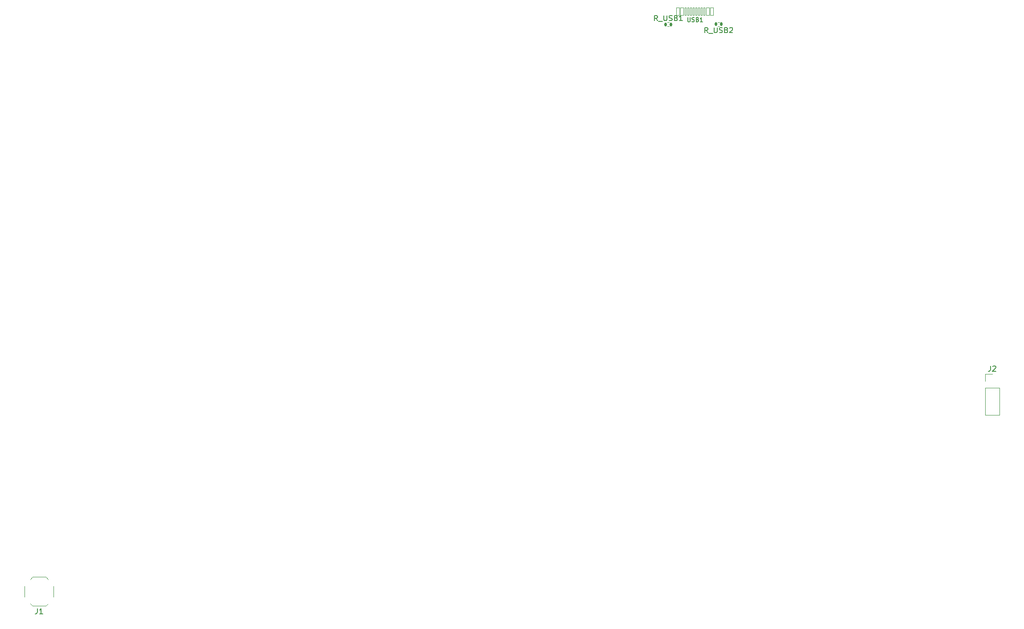
<source format=gto>
%TF.GenerationSoftware,KiCad,Pcbnew,5.99.0-1.20210419gite0f69ad.fc33*%
%TF.CreationDate,2021-04-20T05:27:24+03:00*%
%TF.ProjectId,UniversalTKL,556e6976-6572-4736-916c-544b4c2e6b69,rev?*%
%TF.SameCoordinates,Original*%
%TF.FileFunction,Legend,Top*%
%TF.FilePolarity,Positive*%
%FSLAX46Y46*%
G04 Gerber Fmt 4.6, Leading zero omitted, Abs format (unit mm)*
G04 Created by KiCad (PCBNEW 5.99.0-1.20210419gite0f69ad.fc33) date 2021-04-20 05:27:24*
%MOMM*%
%LPD*%
G01*
G04 APERTURE LIST*
G04 Aperture macros list*
%AMRoundRect*
0 Rectangle with rounded corners*
0 $1 Rounding radius*
0 $2 $3 $4 $5 $6 $7 $8 $9 X,Y pos of 4 corners*
0 Add a 4 corners polygon primitive as box body*
4,1,4,$2,$3,$4,$5,$6,$7,$8,$9,$2,$3,0*
0 Add four circle primitives for the rounded corners*
1,1,$1+$1,$2,$3*
1,1,$1+$1,$4,$5*
1,1,$1+$1,$6,$7*
1,1,$1+$1,$8,$9*
0 Add four rect primitives between the rounded corners*
20,1,$1+$1,$2,$3,$4,$5,0*
20,1,$1+$1,$4,$5,$6,$7,0*
20,1,$1+$1,$6,$7,$8,$9,0*
20,1,$1+$1,$8,$9,$2,$3,0*%
%AMHorizOval*
0 Thick line with rounded ends*
0 $1 width*
0 $2 $3 position (X,Y) of the first rounded end (center of the circle)*
0 $4 $5 position (X,Y) of the second rounded end (center of the circle)*
0 Add line between two ends*
20,1,$1,$2,$3,$4,$5,0*
0 Add two circle primitives to create the rounded ends*
1,1,$1,$2,$3*
1,1,$1,$4,$5*%
G04 Aperture macros list end*
%ADD10C,0.150000*%
%ADD11C,0.120000*%
%ADD12C,1.750000*%
%ADD13C,3.987800*%
%ADD14HorizOval,2.200000X0.681998X0.731354X-0.681998X-0.731354X0*%
%ADD15HorizOval,2.300000X0.015701X0.299589X-0.015701X-0.299589X0*%
%ADD16R,1.700000X1.000000*%
%ADD17HorizOval,2.300000X0.681998X0.731354X-0.681998X-0.731354X0*%
%ADD18HorizOval,2.300000X0.008725X0.249848X-0.008725X-0.249848X0*%
%ADD19HorizOval,2.300000X0.647898X0.694786X-0.647898X-0.694786X0*%
%ADD20C,3.048000*%
%ADD21C,0.750000*%
%ADD22RoundRect,0.050000X0.300000X0.725000X-0.300000X0.725000X-0.300000X-0.725000X0.300000X-0.725000X0*%
%ADD23RoundRect,0.050000X0.150000X0.725000X-0.150000X0.725000X-0.150000X-0.725000X0.150000X-0.725000X0*%
%ADD24O,1.100000X2.200000*%
%ADD25O,1.100000X1.700000*%
%ADD26RoundRect,0.135000X-0.135000X-0.185000X0.135000X-0.185000X0.135000X0.185000X-0.135000X0.185000X0*%
%ADD27R,1.700000X1.700000*%
%ADD28O,1.700000X1.700000*%
%ADD29RoundRect,0.135000X0.135000X0.185000X-0.135000X0.185000X-0.135000X-0.185000X0.135000X-0.185000X0*%
%ADD30C,1.701800*%
%ADD31HorizOval,2.300000X0.299589X-0.015701X-0.299589X0.015701X0*%
%ADD32HorizOval,2.300000X0.705988X-0.635674X-0.705988X0.635674X0*%
G04 APERTURE END LIST*
D10*
%TO.C,J1*%
X192606666Y-145432380D02*
X192606666Y-146146666D01*
X192559047Y-146289523D01*
X192463809Y-146384761D01*
X192320952Y-146432380D01*
X192225714Y-146432380D01*
X193606666Y-146432380D02*
X193035238Y-146432380D01*
X193320952Y-146432380D02*
X193320952Y-145432380D01*
X193225714Y-145575238D01*
X193130476Y-145670476D01*
X193035238Y-145718095D01*
%TO.C,USB1*%
X316109523Y-33224404D02*
X316109523Y-33872023D01*
X316147619Y-33948214D01*
X316185714Y-33986309D01*
X316261904Y-34024404D01*
X316414285Y-34024404D01*
X316490476Y-33986309D01*
X316528571Y-33948214D01*
X316566666Y-33872023D01*
X316566666Y-33224404D01*
X316909523Y-33986309D02*
X317023809Y-34024404D01*
X317214285Y-34024404D01*
X317290476Y-33986309D01*
X317328571Y-33948214D01*
X317366666Y-33872023D01*
X317366666Y-33795833D01*
X317328571Y-33719642D01*
X317290476Y-33681547D01*
X317214285Y-33643452D01*
X317061904Y-33605357D01*
X316985714Y-33567261D01*
X316947619Y-33529166D01*
X316909523Y-33452976D01*
X316909523Y-33376785D01*
X316947619Y-33300595D01*
X316985714Y-33262500D01*
X317061904Y-33224404D01*
X317252380Y-33224404D01*
X317366666Y-33262500D01*
X317976190Y-33605357D02*
X318090476Y-33643452D01*
X318128571Y-33681547D01*
X318166666Y-33757738D01*
X318166666Y-33872023D01*
X318128571Y-33948214D01*
X318090476Y-33986309D01*
X318014285Y-34024404D01*
X317709523Y-34024404D01*
X317709523Y-33224404D01*
X317976190Y-33224404D01*
X318052380Y-33262500D01*
X318090476Y-33300595D01*
X318128571Y-33376785D01*
X318128571Y-33452976D01*
X318090476Y-33529166D01*
X318052380Y-33567261D01*
X317976190Y-33605357D01*
X317709523Y-33605357D01*
X318928571Y-34024404D02*
X318471428Y-34024404D01*
X318700000Y-34024404D02*
X318700000Y-33224404D01*
X318623809Y-33338690D01*
X318547619Y-33414880D01*
X318471428Y-33452976D01*
%TO.C,R_USB1*%
X310382380Y-33822380D02*
X310049047Y-33346190D01*
X309810952Y-33822380D02*
X309810952Y-32822380D01*
X310191904Y-32822380D01*
X310287142Y-32870000D01*
X310334761Y-32917619D01*
X310382380Y-33012857D01*
X310382380Y-33155714D01*
X310334761Y-33250952D01*
X310287142Y-33298571D01*
X310191904Y-33346190D01*
X309810952Y-33346190D01*
X310572857Y-33917619D02*
X311334761Y-33917619D01*
X311572857Y-32822380D02*
X311572857Y-33631904D01*
X311620476Y-33727142D01*
X311668095Y-33774761D01*
X311763333Y-33822380D01*
X311953809Y-33822380D01*
X312049047Y-33774761D01*
X312096666Y-33727142D01*
X312144285Y-33631904D01*
X312144285Y-32822380D01*
X312572857Y-33774761D02*
X312715714Y-33822380D01*
X312953809Y-33822380D01*
X313049047Y-33774761D01*
X313096666Y-33727142D01*
X313144285Y-33631904D01*
X313144285Y-33536666D01*
X313096666Y-33441428D01*
X313049047Y-33393809D01*
X312953809Y-33346190D01*
X312763333Y-33298571D01*
X312668095Y-33250952D01*
X312620476Y-33203333D01*
X312572857Y-33108095D01*
X312572857Y-33012857D01*
X312620476Y-32917619D01*
X312668095Y-32870000D01*
X312763333Y-32822380D01*
X313001428Y-32822380D01*
X313144285Y-32870000D01*
X313906190Y-33298571D02*
X314049047Y-33346190D01*
X314096666Y-33393809D01*
X314144285Y-33489047D01*
X314144285Y-33631904D01*
X314096666Y-33727142D01*
X314049047Y-33774761D01*
X313953809Y-33822380D01*
X313572857Y-33822380D01*
X313572857Y-32822380D01*
X313906190Y-32822380D01*
X314001428Y-32870000D01*
X314049047Y-32917619D01*
X314096666Y-33012857D01*
X314096666Y-33108095D01*
X314049047Y-33203333D01*
X314001428Y-33250952D01*
X313906190Y-33298571D01*
X313572857Y-33298571D01*
X315096666Y-33822380D02*
X314525238Y-33822380D01*
X314810952Y-33822380D02*
X314810952Y-32822380D01*
X314715714Y-32965238D01*
X314620476Y-33060476D01*
X314525238Y-33108095D01*
%TO.C,J2*%
X373626666Y-99387380D02*
X373626666Y-100101666D01*
X373579047Y-100244523D01*
X373483809Y-100339761D01*
X373340952Y-100387380D01*
X373245714Y-100387380D01*
X374055238Y-99482619D02*
X374102857Y-99435000D01*
X374198095Y-99387380D01*
X374436190Y-99387380D01*
X374531428Y-99435000D01*
X374579047Y-99482619D01*
X374626666Y-99577857D01*
X374626666Y-99673095D01*
X374579047Y-99815952D01*
X374007619Y-100387380D01*
X374626666Y-100387380D01*
%TO.C,R_USB2*%
X319932380Y-36102380D02*
X319599047Y-35626190D01*
X319360952Y-36102380D02*
X319360952Y-35102380D01*
X319741904Y-35102380D01*
X319837142Y-35150000D01*
X319884761Y-35197619D01*
X319932380Y-35292857D01*
X319932380Y-35435714D01*
X319884761Y-35530952D01*
X319837142Y-35578571D01*
X319741904Y-35626190D01*
X319360952Y-35626190D01*
X320122857Y-36197619D02*
X320884761Y-36197619D01*
X321122857Y-35102380D02*
X321122857Y-35911904D01*
X321170476Y-36007142D01*
X321218095Y-36054761D01*
X321313333Y-36102380D01*
X321503809Y-36102380D01*
X321599047Y-36054761D01*
X321646666Y-36007142D01*
X321694285Y-35911904D01*
X321694285Y-35102380D01*
X322122857Y-36054761D02*
X322265714Y-36102380D01*
X322503809Y-36102380D01*
X322599047Y-36054761D01*
X322646666Y-36007142D01*
X322694285Y-35911904D01*
X322694285Y-35816666D01*
X322646666Y-35721428D01*
X322599047Y-35673809D01*
X322503809Y-35626190D01*
X322313333Y-35578571D01*
X322218095Y-35530952D01*
X322170476Y-35483333D01*
X322122857Y-35388095D01*
X322122857Y-35292857D01*
X322170476Y-35197619D01*
X322218095Y-35150000D01*
X322313333Y-35102380D01*
X322551428Y-35102380D01*
X322694285Y-35150000D01*
X323456190Y-35578571D02*
X323599047Y-35626190D01*
X323646666Y-35673809D01*
X323694285Y-35769047D01*
X323694285Y-35911904D01*
X323646666Y-36007142D01*
X323599047Y-36054761D01*
X323503809Y-36102380D01*
X323122857Y-36102380D01*
X323122857Y-35102380D01*
X323456190Y-35102380D01*
X323551428Y-35150000D01*
X323599047Y-35197619D01*
X323646666Y-35292857D01*
X323646666Y-35388095D01*
X323599047Y-35483333D01*
X323551428Y-35530952D01*
X323456190Y-35578571D01*
X323122857Y-35578571D01*
X324075238Y-35197619D02*
X324122857Y-35150000D01*
X324218095Y-35102380D01*
X324456190Y-35102380D01*
X324551428Y-35150000D01*
X324599047Y-35197619D01*
X324646666Y-35292857D01*
X324646666Y-35388095D01*
X324599047Y-35530952D01*
X324027619Y-36102380D01*
X324646666Y-36102380D01*
D11*
%TO.C,J1*%
X194640000Y-139930000D02*
X194190000Y-139480000D01*
X191240000Y-139930000D02*
X191690000Y-139480000D01*
X191240000Y-144530000D02*
X191690000Y-144980000D01*
X194640000Y-144530000D02*
X194190000Y-144980000D01*
X190190000Y-143230000D02*
X190190000Y-141230000D01*
X194190000Y-139480000D02*
X191690000Y-139480000D01*
X195690000Y-143230000D02*
X195690000Y-141230000D01*
X194190000Y-144980000D02*
X191690000Y-144980000D01*
%TO.C,R_USB1*%
X312276359Y-34160000D02*
X312583641Y-34160000D01*
X312276359Y-34920000D02*
X312583641Y-34920000D01*
%TO.C,J2*%
X375290000Y-103535000D02*
X375290000Y-108675000D01*
X372630000Y-108675000D02*
X375290000Y-108675000D01*
X372630000Y-103535000D02*
X375290000Y-103535000D01*
X372630000Y-103535000D02*
X372630000Y-108675000D01*
X372630000Y-100935000D02*
X373960000Y-100935000D01*
X372630000Y-102265000D02*
X372630000Y-100935000D01*
%TO.C,R_USB2*%
X322133641Y-34860000D02*
X321826359Y-34860000D01*
X322133641Y-34100000D02*
X321826359Y-34100000D01*
%TD*%
%LPC*%
D12*
%TO.C,MX78*%
X284480000Y-123825000D03*
X274320000Y-123825000D03*
D13*
X279400000Y-123825000D03*
%TD*%
D12*
%TO.C,MX86*%
X295751250Y-142875000D03*
D13*
X300831250Y-142875000D03*
D12*
X305911250Y-142875000D03*
D14*
X297681250Y-139625000D03*
D15*
X303381250Y-138075000D03*
%TD*%
D12*
%TO.C,MX67*%
X248126250Y-142875000D03*
X258286250Y-142875000D03*
D13*
X253206250Y-142875000D03*
D14*
X250056250Y-139625000D03*
D15*
X255756250Y-138075000D03*
%TD*%
D12*
%TO.C,MX23*%
X96361250Y-142875000D03*
D13*
X91281250Y-142875000D03*
D12*
X86201250Y-142875000D03*
D14*
X88131250Y-139625000D03*
D15*
X93831250Y-138075000D03*
%TD*%
D13*
%TO.C,MX9*%
X43656250Y-142875000D03*
D12*
X48736250Y-142875000D03*
X38576250Y-142875000D03*
D14*
X40506250Y-139625000D03*
D15*
X46206250Y-138075000D03*
%TD*%
D12*
%TO.C,MX90*%
X305911250Y-85725000D03*
D13*
X300831250Y-85725000D03*
D12*
X295751250Y-85725000D03*
D14*
X297681250Y-82475000D03*
D15*
X303381250Y-80925000D03*
%TD*%
D16*
%TO.C,J1*%
X196090000Y-144130000D03*
X189790000Y-144130000D03*
X196090000Y-140330000D03*
X189790000Y-140330000D03*
%TD*%
D12*
%TO.C,MX6*%
X38576250Y-85725000D03*
X48736250Y-85725000D03*
D13*
X43656250Y-85725000D03*
D14*
X40506250Y-82475000D03*
D15*
X46206250Y-80925000D03*
%TD*%
D13*
%TO.C,MX14*%
X72231250Y-104775000D03*
D12*
X77311250Y-104775000D03*
X67151250Y-104775000D03*
D17*
X69031250Y-101525000D03*
D18*
X74781250Y-99975000D03*
%TD*%
D13*
%TO.C,MX62*%
X224631250Y-42862500D03*
D12*
X229711250Y-42862500D03*
X219551250Y-42862500D03*
D17*
X221431250Y-39612500D03*
D18*
X227181250Y-38062500D03*
%TD*%
D12*
%TO.C,MX60*%
X236855000Y-142875000D03*
X226695000Y-142875000D03*
D13*
X231775000Y-142875000D03*
D19*
X228625000Y-139625000D03*
D15*
X234325000Y-138025000D03*
%TD*%
D13*
%TO.C,MX94*%
X329406250Y-142875000D03*
D12*
X334486250Y-142875000D03*
X324326250Y-142875000D03*
D17*
X326206250Y-139625000D03*
D18*
X331956250Y-138075000D03*
%TD*%
D13*
%TO.C,MX75*%
X267493750Y-66675000D03*
D12*
X272573750Y-66675000D03*
X262413750Y-66675000D03*
D17*
X264293750Y-63425000D03*
D18*
X270043750Y-61875000D03*
%TD*%
D13*
%TO.C,MX85*%
X305593750Y-123825000D03*
D12*
X300513750Y-123825000D03*
X310673750Y-123825000D03*
D17*
X302393750Y-120575000D03*
D18*
X308143750Y-119025000D03*
%TD*%
D13*
%TO.C,MX49*%
X186531250Y-104775000D03*
D12*
X181451250Y-104775000D03*
X191611250Y-104775000D03*
D17*
X183331250Y-101525000D03*
D18*
X189081250Y-99975000D03*
%TD*%
D12*
%TO.C,MX27*%
X105251250Y-104775000D03*
D13*
X110331250Y-104775000D03*
D12*
X115411250Y-104775000D03*
D17*
X107131250Y-101525000D03*
D18*
X112881250Y-99975000D03*
%TD*%
D12*
%TO.C,MX15*%
X86836250Y-123825000D03*
D13*
X81756250Y-123825000D03*
D12*
X76676250Y-123825000D03*
D17*
X78556250Y-120575000D03*
D18*
X84306250Y-119025000D03*
%TD*%
D13*
%TO.C,MX74*%
X262731250Y-42862500D03*
D12*
X267811250Y-42862500D03*
X257651250Y-42862500D03*
D17*
X259531250Y-39612500D03*
D18*
X265281250Y-38062500D03*
%TD*%
D12*
%TO.C,MX16*%
X72548750Y-142875000D03*
X62388750Y-142875000D03*
D13*
X67468750Y-142875000D03*
D17*
X64268750Y-139625000D03*
D18*
X70018750Y-138075000D03*
%TD*%
D12*
%TO.C,MX2*%
X36195000Y-123825000D03*
D13*
X41275000Y-123825000D03*
D12*
X46355000Y-123825000D03*
D19*
X38125000Y-120575000D03*
D15*
X43825000Y-118975000D03*
%TD*%
D13*
%TO.C,MX72*%
X288925000Y-123825000D03*
X276987000Y-132080000D03*
D20*
X276987000Y-116840000D03*
D13*
X300863000Y-132080000D03*
D12*
X294005000Y-123825000D03*
D20*
X300863000Y-116840000D03*
D12*
X283845000Y-123825000D03*
D19*
X285775000Y-120525000D03*
D15*
X291425000Y-119025000D03*
%TD*%
D12*
%TO.C,MX20*%
X81438750Y-85725000D03*
X91598750Y-85725000D03*
D13*
X86518750Y-85725000D03*
D17*
X83318750Y-82475000D03*
D18*
X89068750Y-80925000D03*
%TD*%
D12*
%TO.C,MX33*%
X133826250Y-123825000D03*
X143986250Y-123825000D03*
D13*
X138906250Y-123825000D03*
D17*
X135706250Y-120575000D03*
D18*
X141456250Y-119025000D03*
%TD*%
D13*
%TO.C,MX48*%
X181768750Y-85725000D03*
D12*
X176688750Y-85725000D03*
X186848750Y-85725000D03*
D17*
X178568750Y-82475000D03*
D18*
X184318750Y-80925000D03*
%TD*%
D12*
%TO.C,MX31*%
X119538750Y-85725000D03*
X129698750Y-85725000D03*
D13*
X124618750Y-85725000D03*
D17*
X121418750Y-82475000D03*
D18*
X127168750Y-80925000D03*
%TD*%
D20*
%TO.C,MX45*%
X229393750Y-149860000D03*
D13*
X229393750Y-134620000D03*
X115093750Y-134620000D03*
X172243750Y-142875000D03*
D12*
X167163750Y-142875000D03*
D20*
X115093750Y-149860000D03*
D12*
X177323750Y-142875000D03*
D19*
X169093750Y-139625000D03*
D15*
X174743750Y-138075000D03*
%TD*%
D21*
%TO.C,USB1*%
X320390000Y-30662500D03*
X314610000Y-30662500D03*
D22*
X320725000Y-32107500D03*
X319950000Y-32107500D03*
D23*
X319250000Y-32107500D03*
X318750000Y-32107500D03*
X318250000Y-32107500D03*
X317750000Y-32107500D03*
X317250000Y-32107500D03*
X316750000Y-32107500D03*
X316250000Y-32107500D03*
X315750000Y-32107500D03*
D22*
X315050000Y-32107500D03*
X314275000Y-32107500D03*
D24*
X321820000Y-31192500D03*
D25*
X321820000Y-27012500D03*
X313180000Y-27012500D03*
D24*
X313180000Y-31192500D03*
%TD*%
D12*
%TO.C,MX73*%
X274320000Y-142875000D03*
X284480000Y-142875000D03*
D13*
X279400000Y-142875000D03*
D19*
X276250000Y-139625000D03*
D15*
X281950000Y-138025000D03*
%TD*%
D12*
%TO.C,MX84*%
X298767500Y-104775000D03*
D20*
X305625500Y-111760000D03*
X281749500Y-111760000D03*
D13*
X293687500Y-104775000D03*
D12*
X288607500Y-104775000D03*
D13*
X281749500Y-96520000D03*
X305625500Y-96520000D03*
D19*
X290537500Y-101525000D03*
D15*
X296237500Y-99975000D03*
%TD*%
D12*
%TO.C,MX91*%
X324326250Y-42862500D03*
X334486250Y-42862500D03*
D13*
X329406250Y-42862500D03*
D17*
X326206250Y-39612500D03*
D18*
X331956250Y-38062500D03*
%TD*%
D13*
%TO.C,MX11*%
X62706250Y-42862500D03*
D12*
X57626250Y-42862500D03*
X67786250Y-42862500D03*
D17*
X59506250Y-39612500D03*
D18*
X65256250Y-38062500D03*
%TD*%
D12*
%TO.C,MX22*%
X105886250Y-123825000D03*
D13*
X100806250Y-123825000D03*
D12*
X95726250Y-123825000D03*
D17*
X97606250Y-120575000D03*
D18*
X103356250Y-119025000D03*
%TD*%
D12*
%TO.C,MX51*%
X205898750Y-42862500D03*
X195738750Y-42862500D03*
D13*
X200818750Y-42862500D03*
D17*
X197618750Y-39612500D03*
D18*
X203368750Y-38062500D03*
%TD*%
D12*
%TO.C,MX3*%
X36195000Y-142875000D03*
X46355000Y-142875000D03*
D13*
X41275000Y-142875000D03*
D19*
X38125000Y-139625000D03*
D15*
X43825000Y-138025000D03*
%TD*%
D12*
%TO.C,MX54*%
X200501250Y-104775000D03*
D13*
X205581250Y-104775000D03*
D12*
X210661250Y-104775000D03*
D17*
X202381250Y-101525000D03*
D18*
X208131250Y-99975000D03*
%TD*%
D13*
%TO.C,MX43*%
X167481250Y-104775000D03*
D12*
X162401250Y-104775000D03*
X172561250Y-104775000D03*
D17*
X164281250Y-101525000D03*
D18*
X170031250Y-99975000D03*
%TD*%
D12*
%TO.C,MX30*%
X120173750Y-66675000D03*
X110013750Y-66675000D03*
D13*
X115093750Y-66675000D03*
D17*
X111893750Y-63425000D03*
D18*
X117643750Y-61875000D03*
%TD*%
D12*
%TO.C,MX65*%
X248761250Y-104775000D03*
X238601250Y-104775000D03*
D13*
X243681250Y-104775000D03*
D17*
X240481250Y-101525000D03*
D18*
X246231250Y-99975000D03*
%TD*%
D12*
%TO.C,MX35*%
X129063750Y-66675000D03*
D13*
X134143750Y-66675000D03*
D12*
X139223750Y-66675000D03*
D17*
X130943750Y-63425000D03*
D18*
X136693750Y-61875000D03*
%TD*%
D13*
%TO.C,MX79*%
X277018750Y-142875000D03*
D12*
X271938750Y-142875000D03*
X282098750Y-142875000D03*
D17*
X273818750Y-139625000D03*
D18*
X279568750Y-138075000D03*
%TD*%
D13*
%TO.C,MX102*%
X367506250Y-85725000D03*
D12*
X372586250Y-85725000D03*
X362426250Y-85725000D03*
D17*
X364306250Y-82475000D03*
D18*
X370056250Y-80925000D03*
%TD*%
D12*
%TO.C,MX10*%
X70167500Y-142875000D03*
X60007500Y-142875000D03*
D13*
X65087500Y-142875000D03*
D19*
X61937500Y-139625000D03*
D15*
X67637500Y-138025000D03*
%TD*%
D12*
%TO.C,MX95*%
X353536250Y-42862500D03*
D13*
X348456250Y-42862500D03*
D12*
X343376250Y-42862500D03*
D14*
X345306250Y-39612500D03*
D15*
X350956250Y-38062500D03*
%TD*%
D13*
%TO.C,MX89*%
X308006750Y-74930000D03*
D20*
X284130750Y-59690000D03*
X308006750Y-59690000D03*
D12*
X301148750Y-66675000D03*
D13*
X296068750Y-66675000D03*
D12*
X290988750Y-66675000D03*
D13*
X284130750Y-74930000D03*
D19*
X292918750Y-63425000D03*
D15*
X298568750Y-61875000D03*
%TD*%
D13*
%TO.C,MX25*%
X96043750Y-66675000D03*
D12*
X101123750Y-66675000D03*
X90963750Y-66675000D03*
D17*
X92843750Y-63425000D03*
D18*
X98593750Y-61875000D03*
%TD*%
D12*
%TO.C,MX82*%
X276701250Y-42862500D03*
X286861250Y-42862500D03*
D13*
X281781250Y-42862500D03*
D17*
X278581250Y-39612500D03*
D18*
X284331250Y-38062500D03*
%TD*%
D13*
%TO.C,MX18*%
X81756250Y-42862500D03*
D12*
X86836250Y-42862500D03*
X76676250Y-42862500D03*
D17*
X78556250Y-39612500D03*
D18*
X84306250Y-38062500D03*
%TD*%
D12*
%TO.C,MX68*%
X248761250Y-42862500D03*
D13*
X243681250Y-42862500D03*
D12*
X238601250Y-42862500D03*
D17*
X240481250Y-39612500D03*
D18*
X246231250Y-38062500D03*
%TD*%
D13*
%TO.C,MX77*%
X281781250Y-104775000D03*
D12*
X276701250Y-104775000D03*
X286861250Y-104775000D03*
D17*
X278581250Y-101525000D03*
D18*
X284331250Y-99975000D03*
%TD*%
D12*
%TO.C,MX46*%
X176688750Y-42862500D03*
D13*
X181768750Y-42862500D03*
D12*
X186848750Y-42862500D03*
D17*
X178568750Y-39612500D03*
D18*
X184318750Y-38062500D03*
%TD*%
D13*
%TO.C,MX26*%
X105568750Y-85725000D03*
D12*
X100488750Y-85725000D03*
X110648750Y-85725000D03*
D17*
X102368750Y-82475000D03*
D18*
X108118750Y-80925000D03*
%TD*%
D13*
%TO.C,MX19*%
X76993750Y-66675000D03*
D12*
X71913750Y-66675000D03*
X82073750Y-66675000D03*
D17*
X73793750Y-63425000D03*
D18*
X79543750Y-61875000D03*
%TD*%
D12*
%TO.C,MX8*%
X55880000Y-123825000D03*
D13*
X50800000Y-123825000D03*
D20*
X38862000Y-116840000D03*
D13*
X38862000Y-132080000D03*
D20*
X62738000Y-116840000D03*
D12*
X45720000Y-123825000D03*
D13*
X62738000Y-132080000D03*
D19*
X47650000Y-120575000D03*
D15*
X53300000Y-119025000D03*
%TD*%
D12*
%TO.C,MX36*%
X148748750Y-85725000D03*
X138588750Y-85725000D03*
D13*
X143668750Y-85725000D03*
D17*
X140468750Y-82475000D03*
D18*
X146218750Y-80925000D03*
%TD*%
D12*
%TO.C,MX42*%
X157638750Y-85725000D03*
X167798750Y-85725000D03*
D13*
X162718750Y-85725000D03*
D17*
X159518750Y-82475000D03*
D18*
X165268750Y-80925000D03*
%TD*%
D12*
%TO.C,MX83*%
X281463750Y-66675000D03*
X291623750Y-66675000D03*
D13*
X286543750Y-66675000D03*
D17*
X283343750Y-63425000D03*
D18*
X289093750Y-61875000D03*
%TD*%
D12*
%TO.C,MX38*%
X152876250Y-123825000D03*
X163036250Y-123825000D03*
D13*
X157956250Y-123825000D03*
D17*
X154756250Y-120575000D03*
D18*
X160506250Y-119025000D03*
%TD*%
D13*
%TO.C,MX1*%
X41275000Y-104775000D03*
D12*
X46355000Y-104775000D03*
X36195000Y-104775000D03*
D14*
X38125000Y-101525000D03*
D15*
X43775000Y-99975000D03*
%TD*%
D12*
%TO.C,MX29*%
X124936250Y-42862500D03*
X114776250Y-42862500D03*
D13*
X119856250Y-42862500D03*
D17*
X116656250Y-39612500D03*
D18*
X122406250Y-38062500D03*
%TD*%
D26*
%TO.C,R_USB1*%
X311920000Y-34540000D03*
X312940000Y-34540000D03*
%TD*%
D13*
%TO.C,MX34*%
X143668750Y-42862500D03*
D12*
X138588750Y-42862500D03*
X148748750Y-42862500D03*
D17*
X140468750Y-39612500D03*
D18*
X146218750Y-38062500D03*
%TD*%
D12*
%TO.C,MX100*%
X372586250Y-42862500D03*
D13*
X367506250Y-42862500D03*
D12*
X362426250Y-42862500D03*
D17*
X364306250Y-39612500D03*
D18*
X370056250Y-38062500D03*
%TD*%
D12*
%TO.C,MX64*%
X243998750Y-85725000D03*
D13*
X238918750Y-85725000D03*
D12*
X233838750Y-85725000D03*
D17*
X235718750Y-82475000D03*
D18*
X241468750Y-80925000D03*
%TD*%
D12*
%TO.C,MX7*%
X40957500Y-104775000D03*
X51117500Y-104775000D03*
D13*
X46037500Y-104775000D03*
D14*
X42887500Y-101525000D03*
D15*
X48537500Y-99975000D03*
%TD*%
D13*
%TO.C,MX28*%
X119856250Y-123825000D03*
D12*
X114776250Y-123825000D03*
X124936250Y-123825000D03*
D17*
X116656250Y-120575000D03*
D18*
X122406250Y-119025000D03*
%TD*%
D12*
%TO.C,MX57*%
X224948750Y-85725000D03*
D13*
X219868750Y-85725000D03*
D12*
X214788750Y-85725000D03*
D17*
X216668750Y-82475000D03*
D18*
X222418750Y-80925000D03*
%TD*%
D12*
%TO.C,MX61*%
X260667500Y-142875000D03*
D13*
X255587500Y-142875000D03*
D12*
X250507500Y-142875000D03*
D19*
X252437500Y-139625000D03*
D15*
X258137500Y-138025000D03*
%TD*%
D13*
%TO.C,MX32*%
X129381250Y-104775000D03*
D12*
X134461250Y-104775000D03*
X124301250Y-104775000D03*
D17*
X126181250Y-101525000D03*
D18*
X131931250Y-99975000D03*
%TD*%
D27*
%TO.C,J2*%
X373960000Y-102265000D03*
D28*
X373960000Y-104805000D03*
X373960000Y-107345000D03*
%TD*%
D13*
%TO.C,MX5*%
X38893750Y-66675000D03*
D12*
X43973750Y-66675000D03*
X33813750Y-66675000D03*
D17*
X35693750Y-63425000D03*
D18*
X41443750Y-61875000D03*
%TD*%
D12*
%TO.C,MX12*%
X52863750Y-66675000D03*
D13*
X57943750Y-66675000D03*
D12*
X63023750Y-66675000D03*
D17*
X54743750Y-63425000D03*
D18*
X60493750Y-61875000D03*
%TD*%
D20*
%TO.C,MX39*%
X210337400Y-149860000D03*
D13*
X160337500Y-142875000D03*
D12*
X155257500Y-142875000D03*
D20*
X110337600Y-149860000D03*
D12*
X165417500Y-142875000D03*
D13*
X210337400Y-134620000D03*
X110337600Y-134620000D03*
D19*
X157187500Y-139625000D03*
D15*
X162887500Y-138075000D03*
%TD*%
D12*
%TO.C,MX50*%
X201136250Y-123825000D03*
D13*
X196056250Y-123825000D03*
D12*
X190976250Y-123825000D03*
D17*
X192856250Y-120575000D03*
D18*
X198606250Y-119025000D03*
%TD*%
D12*
%TO.C,MX17*%
X83820000Y-142875000D03*
X93980000Y-142875000D03*
D13*
X88900000Y-142875000D03*
D19*
X85750000Y-139625000D03*
D15*
X91450000Y-138025000D03*
%TD*%
D12*
%TO.C,MX81*%
X298132500Y-142875000D03*
X308292500Y-142875000D03*
D13*
X303212500Y-142875000D03*
D19*
X300062500Y-139625000D03*
D15*
X305762500Y-138025000D03*
%TD*%
D12*
%TO.C,MX97*%
X343376250Y-85725000D03*
D13*
X348456250Y-85725000D03*
D12*
X353536250Y-85725000D03*
D17*
X345256250Y-82475000D03*
D18*
X351006250Y-80925000D03*
%TD*%
D12*
%TO.C,MX21*%
X86201250Y-104775000D03*
D13*
X91281250Y-104775000D03*
D12*
X96361250Y-104775000D03*
D17*
X88081250Y-101525000D03*
D18*
X93831250Y-99975000D03*
%TD*%
D13*
%TO.C,MX53*%
X200818750Y-85725000D03*
D12*
X205898750Y-85725000D03*
X195738750Y-85725000D03*
D17*
X197618750Y-82475000D03*
D18*
X203368750Y-80925000D03*
%TD*%
D12*
%TO.C,MX44*%
X182086250Y-123825000D03*
D13*
X177006250Y-123825000D03*
D12*
X171926250Y-123825000D03*
D17*
X173806250Y-120575000D03*
D18*
X179556250Y-119025000D03*
%TD*%
D12*
%TO.C,MX24*%
X105886250Y-42862500D03*
D13*
X100806250Y-42862500D03*
D12*
X95726250Y-42862500D03*
D17*
X97606250Y-39612500D03*
D18*
X103356250Y-38062500D03*
%TD*%
D13*
%TO.C,MX66*%
X253206250Y-123825000D03*
D12*
X258286250Y-123825000D03*
X248126250Y-123825000D03*
D17*
X250006250Y-120575000D03*
D18*
X255756250Y-119025000D03*
%TD*%
D12*
%TO.C,MX37*%
X143351250Y-104775000D03*
X153511250Y-104775000D03*
D13*
X148431250Y-104775000D03*
D17*
X145231250Y-101525000D03*
D18*
X150981250Y-99975000D03*
%TD*%
D13*
%TO.C,MX52*%
X191293750Y-66675000D03*
D12*
X186213750Y-66675000D03*
X196373750Y-66675000D03*
D17*
X188093750Y-63425000D03*
D18*
X193843750Y-61875000D03*
%TD*%
D12*
%TO.C,MX4*%
X33813750Y-42862500D03*
D13*
X38893750Y-42862500D03*
D12*
X43973750Y-42862500D03*
D14*
X35743750Y-39612500D03*
D15*
X41393750Y-38062500D03*
%TD*%
D12*
%TO.C,MX93*%
X324326250Y-85725000D03*
D13*
X329406250Y-85725000D03*
D12*
X334486250Y-85725000D03*
D17*
X326206250Y-82475000D03*
D18*
X331956250Y-80925000D03*
%TD*%
D12*
%TO.C,MX96*%
X343376250Y-66675000D03*
D13*
X348456250Y-66675000D03*
D12*
X353536250Y-66675000D03*
D17*
X345256250Y-63425000D03*
D18*
X351006250Y-61875000D03*
%TD*%
D29*
%TO.C,R_USB2*%
X322490000Y-34480000D03*
X321470000Y-34480000D03*
%TD*%
D20*
%TO.C,MX80*%
X310197500Y-83312000D03*
D30*
X303212500Y-100330000D03*
X303212500Y-90170000D03*
D13*
X294957500Y-107188000D03*
X303212500Y-95250000D03*
D20*
X310197500Y-107188000D03*
D13*
X294957500Y-83312000D03*
D31*
X308012500Y-97750000D03*
D32*
X306462500Y-92100000D03*
%TD*%
D12*
%TO.C,MX92*%
X324326250Y-66675000D03*
D13*
X329406250Y-66675000D03*
D12*
X334486250Y-66675000D03*
D17*
X326206250Y-63425000D03*
D18*
X331956250Y-61875000D03*
%TD*%
D13*
%TO.C,MX71*%
X262731250Y-104775000D03*
D12*
X267811250Y-104775000D03*
X257651250Y-104775000D03*
D17*
X259531250Y-101525000D03*
D18*
X265281250Y-99975000D03*
%TD*%
D12*
%TO.C,MX70*%
X263048750Y-85725000D03*
X252888750Y-85725000D03*
D13*
X257968750Y-85725000D03*
D17*
X254768750Y-82475000D03*
D18*
X260518750Y-80925000D03*
%TD*%
D13*
%TO.C,MX103*%
X367506250Y-142875000D03*
D12*
X372586250Y-142875000D03*
X362426250Y-142875000D03*
D17*
X364306250Y-139625000D03*
D18*
X370056250Y-138075000D03*
%TD*%
D12*
%TO.C,MX56*%
X215423750Y-66675000D03*
D13*
X210343750Y-66675000D03*
D12*
X205263750Y-66675000D03*
D17*
X207143750Y-63425000D03*
D18*
X212893750Y-61875000D03*
%TD*%
D12*
%TO.C,MX88*%
X300513750Y-42862500D03*
X310673750Y-42862500D03*
D13*
X305593750Y-42862500D03*
D17*
X302393750Y-39612500D03*
D18*
X308143750Y-38062500D03*
%TD*%
D12*
%TO.C,MX40*%
X167798750Y-42862500D03*
D13*
X162718750Y-42862500D03*
D12*
X157638750Y-42862500D03*
D17*
X159518750Y-39612500D03*
D18*
X165268750Y-38062500D03*
%TD*%
D13*
%TO.C,MX99*%
X348456250Y-142875000D03*
D12*
X343376250Y-142875000D03*
X353536250Y-142875000D03*
D17*
X345256250Y-139625000D03*
D18*
X351006250Y-138075000D03*
%TD*%
D12*
%TO.C,MX87*%
X310673750Y-66675000D03*
D13*
X305593750Y-66675000D03*
D12*
X300513750Y-66675000D03*
D17*
X302393750Y-63425000D03*
D18*
X308143750Y-61875000D03*
%TD*%
D12*
%TO.C,MX59*%
X229076250Y-123825000D03*
D13*
X234156250Y-123825000D03*
D12*
X239236250Y-123825000D03*
D17*
X230956250Y-120575000D03*
D18*
X236706250Y-119025000D03*
%TD*%
D13*
%TO.C,MX58*%
X224631250Y-104775000D03*
D12*
X219551250Y-104775000D03*
X229711250Y-104775000D03*
D17*
X221431250Y-101525000D03*
D18*
X227181250Y-99975000D03*
%TD*%
D13*
%TO.C,MX13*%
X67468750Y-85725000D03*
D12*
X62388750Y-85725000D03*
X72548750Y-85725000D03*
D17*
X64268750Y-82475000D03*
D18*
X70018750Y-80925000D03*
%TD*%
D12*
%TO.C,MX98*%
X343376250Y-123825000D03*
X353536250Y-123825000D03*
D13*
X348456250Y-123825000D03*
D17*
X345256250Y-120575000D03*
D18*
X351006250Y-119025000D03*
%TD*%
D12*
%TO.C,MX63*%
X234473750Y-66675000D03*
X224313750Y-66675000D03*
D13*
X229393750Y-66675000D03*
D17*
X226193750Y-63425000D03*
D18*
X231943750Y-61875000D03*
%TD*%
D13*
%TO.C,MX76*%
X277018750Y-85725000D03*
D12*
X282098750Y-85725000D03*
X271938750Y-85725000D03*
D17*
X273818750Y-82475000D03*
D18*
X279568750Y-80925000D03*
%TD*%
D12*
%TO.C,MX47*%
X167163750Y-66675000D03*
D13*
X172243750Y-66675000D03*
D12*
X177323750Y-66675000D03*
D17*
X169043750Y-63425000D03*
D18*
X174793750Y-61875000D03*
%TD*%
D13*
%TO.C,MX101*%
X367506250Y-66675000D03*
D12*
X362426250Y-66675000D03*
X372586250Y-66675000D03*
D17*
X364306250Y-63425000D03*
D18*
X370056250Y-61875000D03*
%TD*%
D12*
%TO.C,MX55*%
X220186250Y-123825000D03*
X210026250Y-123825000D03*
D13*
X215106250Y-123825000D03*
D17*
X211906250Y-120575000D03*
D18*
X217656250Y-119025000D03*
%TD*%
D12*
%TO.C,MX41*%
X158273750Y-66675000D03*
X148113750Y-66675000D03*
D13*
X153193750Y-66675000D03*
D17*
X149993750Y-63425000D03*
D18*
X155743750Y-61875000D03*
%TD*%
D12*
%TO.C,MX69*%
X243363750Y-66675000D03*
D13*
X248443750Y-66675000D03*
D12*
X253523750Y-66675000D03*
D17*
X245243750Y-63425000D03*
D18*
X250993750Y-61875000D03*
%TD*%
M02*

</source>
